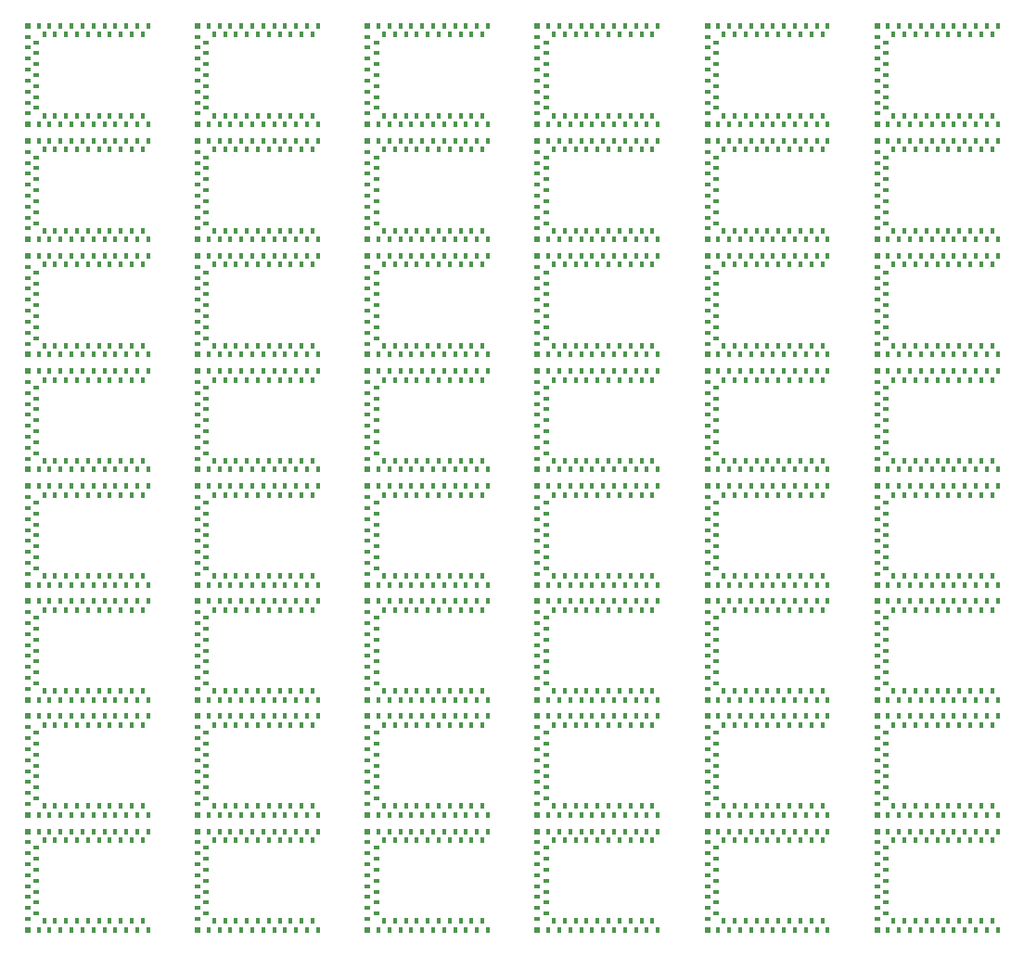
<source format=gbp>
G75*
%MOIN*%
%OFA0B0*%
%FSLAX25Y25*%
%IPPOS*%
%LPD*%
%AMOC8*
5,1,8,0,0,1.08239X$1,22.5*
%
%ADD10R,0.01575X0.02362*%
%ADD11R,0.02362X0.01575*%
%ADD12R,0.02362X0.02362*%
D10*
X0034656Y0030719D03*
X0036624Y0033868D03*
X0038593Y0030719D03*
X0040561Y0033868D03*
X0042530Y0030719D03*
X0044498Y0033868D03*
X0046467Y0030719D03*
X0048435Y0033868D03*
X0050404Y0030719D03*
X0052372Y0033868D03*
X0054341Y0030719D03*
X0056309Y0033868D03*
X0058278Y0030719D03*
X0060246Y0033868D03*
X0062215Y0030719D03*
X0064183Y0033868D03*
X0066152Y0030719D03*
X0068120Y0033868D03*
X0070089Y0030719D03*
X0072057Y0033868D03*
X0074026Y0030719D03*
X0095711Y0030719D03*
X0097679Y0033868D03*
X0099648Y0030719D03*
X0101616Y0033868D03*
X0103585Y0030719D03*
X0105553Y0033868D03*
X0107522Y0030719D03*
X0109490Y0033868D03*
X0111459Y0030719D03*
X0113427Y0033868D03*
X0115396Y0030719D03*
X0117364Y0033868D03*
X0119333Y0030719D03*
X0121301Y0033868D03*
X0123270Y0030719D03*
X0125238Y0033868D03*
X0127207Y0030719D03*
X0129175Y0033868D03*
X0131144Y0030719D03*
X0133112Y0033868D03*
X0135081Y0030719D03*
X0156766Y0030719D03*
X0158734Y0033868D03*
X0160703Y0030719D03*
X0162671Y0033868D03*
X0164640Y0030719D03*
X0166608Y0033868D03*
X0168577Y0030719D03*
X0170545Y0033868D03*
X0172514Y0030719D03*
X0174482Y0033868D03*
X0176451Y0030719D03*
X0178419Y0033868D03*
X0180388Y0030719D03*
X0182356Y0033868D03*
X0184325Y0030719D03*
X0186293Y0033868D03*
X0188262Y0030719D03*
X0190230Y0033868D03*
X0192199Y0030719D03*
X0194167Y0033868D03*
X0196136Y0030719D03*
X0217821Y0030719D03*
X0219789Y0033868D03*
X0221758Y0030719D03*
X0223726Y0033868D03*
X0225695Y0030719D03*
X0227663Y0033868D03*
X0229632Y0030719D03*
X0231600Y0033868D03*
X0233569Y0030719D03*
X0235537Y0033868D03*
X0237506Y0030719D03*
X0239474Y0033868D03*
X0241443Y0030719D03*
X0243411Y0033868D03*
X0245380Y0030719D03*
X0247348Y0033868D03*
X0249317Y0030719D03*
X0251285Y0033868D03*
X0253254Y0030719D03*
X0255222Y0033868D03*
X0257191Y0030719D03*
X0278876Y0030719D03*
X0280845Y0033868D03*
X0282813Y0030719D03*
X0284782Y0033868D03*
X0286750Y0030719D03*
X0288719Y0033868D03*
X0290687Y0030719D03*
X0292656Y0033868D03*
X0294624Y0030719D03*
X0296593Y0033868D03*
X0298561Y0030719D03*
X0300530Y0033868D03*
X0302498Y0030719D03*
X0304467Y0033868D03*
X0306435Y0030719D03*
X0308404Y0033868D03*
X0310372Y0030719D03*
X0312341Y0033868D03*
X0314309Y0030719D03*
X0316278Y0033868D03*
X0318246Y0030719D03*
X0339931Y0030719D03*
X0341900Y0033868D03*
X0343868Y0030719D03*
X0345837Y0033868D03*
X0347805Y0030719D03*
X0349774Y0033868D03*
X0351742Y0030719D03*
X0353711Y0033868D03*
X0355679Y0030719D03*
X0357648Y0033868D03*
X0359616Y0030719D03*
X0361585Y0033868D03*
X0363553Y0030719D03*
X0365522Y0033868D03*
X0367490Y0030719D03*
X0369459Y0033868D03*
X0371427Y0030719D03*
X0373396Y0033868D03*
X0375364Y0030719D03*
X0377333Y0033868D03*
X0379301Y0030719D03*
X0377333Y0063002D03*
X0379301Y0066152D03*
X0375364Y0066152D03*
X0373396Y0063002D03*
X0371427Y0066152D03*
X0369459Y0063002D03*
X0367490Y0066152D03*
X0365522Y0063002D03*
X0363553Y0066152D03*
X0361585Y0063002D03*
X0359616Y0066152D03*
X0357648Y0063002D03*
X0355679Y0066152D03*
X0353711Y0063002D03*
X0351742Y0066152D03*
X0349774Y0063002D03*
X0347805Y0066152D03*
X0345837Y0063002D03*
X0343868Y0066152D03*
X0341900Y0063002D03*
X0339931Y0066152D03*
X0339931Y0072089D03*
X0341900Y0075238D03*
X0343868Y0072089D03*
X0345837Y0075238D03*
X0347805Y0072089D03*
X0349774Y0075238D03*
X0351742Y0072089D03*
X0353711Y0075238D03*
X0355679Y0072089D03*
X0357648Y0075238D03*
X0359616Y0072089D03*
X0361585Y0075238D03*
X0363553Y0072089D03*
X0365522Y0075238D03*
X0367490Y0072089D03*
X0369459Y0075238D03*
X0371427Y0072089D03*
X0373396Y0075238D03*
X0375364Y0072089D03*
X0377333Y0075238D03*
X0379301Y0072089D03*
X0377333Y0104372D03*
X0379301Y0107522D03*
X0375364Y0107522D03*
X0373396Y0104372D03*
X0371427Y0107522D03*
X0369459Y0104372D03*
X0367490Y0107522D03*
X0365522Y0104372D03*
X0363553Y0107522D03*
X0361585Y0104372D03*
X0359616Y0107522D03*
X0357648Y0104372D03*
X0355679Y0107522D03*
X0353711Y0104372D03*
X0351742Y0107522D03*
X0349774Y0104372D03*
X0347805Y0107522D03*
X0345837Y0104372D03*
X0343868Y0107522D03*
X0341900Y0104372D03*
X0339931Y0107522D03*
X0339931Y0113459D03*
X0341900Y0116608D03*
X0343868Y0113459D03*
X0345837Y0116608D03*
X0347805Y0113459D03*
X0349774Y0116608D03*
X0351742Y0113459D03*
X0353711Y0116608D03*
X0355679Y0113459D03*
X0357648Y0116608D03*
X0359616Y0113459D03*
X0361585Y0116608D03*
X0363553Y0113459D03*
X0365522Y0116608D03*
X0367490Y0113459D03*
X0369459Y0116608D03*
X0371427Y0113459D03*
X0373396Y0116608D03*
X0375364Y0113459D03*
X0377333Y0116608D03*
X0379301Y0113459D03*
X0377333Y0145742D03*
X0379301Y0148892D03*
X0375364Y0148892D03*
X0373396Y0145742D03*
X0371427Y0148892D03*
X0369459Y0145742D03*
X0367490Y0148892D03*
X0365522Y0145742D03*
X0363553Y0148892D03*
X0361585Y0145742D03*
X0359616Y0148892D03*
X0357648Y0145742D03*
X0355679Y0148892D03*
X0353711Y0145742D03*
X0351742Y0148892D03*
X0349774Y0145742D03*
X0347805Y0148892D03*
X0345837Y0145742D03*
X0343868Y0148892D03*
X0341900Y0145742D03*
X0339931Y0148892D03*
X0339931Y0154829D03*
X0341900Y0157978D03*
X0343868Y0154829D03*
X0345837Y0157978D03*
X0347805Y0154829D03*
X0349774Y0157978D03*
X0351742Y0154829D03*
X0353711Y0157978D03*
X0355679Y0154829D03*
X0357648Y0157978D03*
X0359616Y0154829D03*
X0361585Y0157978D03*
X0363553Y0154829D03*
X0365522Y0157978D03*
X0367490Y0154829D03*
X0369459Y0157978D03*
X0371427Y0154829D03*
X0373396Y0157978D03*
X0375364Y0154829D03*
X0377333Y0157978D03*
X0379301Y0154829D03*
X0377333Y0187112D03*
X0379301Y0190262D03*
X0375364Y0190262D03*
X0373396Y0187112D03*
X0371427Y0190262D03*
X0369459Y0187112D03*
X0367490Y0190262D03*
X0365522Y0187112D03*
X0363553Y0190262D03*
X0361585Y0187112D03*
X0359616Y0190262D03*
X0357648Y0187112D03*
X0355679Y0190262D03*
X0353711Y0187112D03*
X0351742Y0190262D03*
X0349774Y0187112D03*
X0347805Y0190262D03*
X0345837Y0187112D03*
X0343868Y0190262D03*
X0341900Y0187112D03*
X0339931Y0190262D03*
X0339931Y0196199D03*
X0341900Y0199348D03*
X0343868Y0196199D03*
X0345837Y0199348D03*
X0347805Y0196199D03*
X0349774Y0199348D03*
X0351742Y0196199D03*
X0353711Y0199348D03*
X0355679Y0196199D03*
X0357648Y0199348D03*
X0359616Y0196199D03*
X0361585Y0199348D03*
X0363553Y0196199D03*
X0365522Y0199348D03*
X0367490Y0196199D03*
X0369459Y0199348D03*
X0371427Y0196199D03*
X0373396Y0199348D03*
X0375364Y0196199D03*
X0377333Y0199348D03*
X0379301Y0196199D03*
X0377333Y0228482D03*
X0379301Y0231632D03*
X0375364Y0231632D03*
X0373396Y0228482D03*
X0371427Y0231632D03*
X0369459Y0228482D03*
X0367490Y0231632D03*
X0365522Y0228482D03*
X0363553Y0231632D03*
X0361585Y0228482D03*
X0359616Y0231632D03*
X0357648Y0228482D03*
X0355679Y0231632D03*
X0353711Y0228482D03*
X0351742Y0231632D03*
X0349774Y0228482D03*
X0347805Y0231632D03*
X0345837Y0228482D03*
X0343868Y0231632D03*
X0341900Y0228482D03*
X0339931Y0231632D03*
X0339931Y0237569D03*
X0341900Y0240719D03*
X0343868Y0237569D03*
X0345837Y0240719D03*
X0347805Y0237569D03*
X0349774Y0240719D03*
X0351742Y0237569D03*
X0353711Y0240719D03*
X0355679Y0237569D03*
X0357648Y0240719D03*
X0359616Y0237569D03*
X0361585Y0240719D03*
X0363553Y0237569D03*
X0365522Y0240719D03*
X0367490Y0237569D03*
X0369459Y0240719D03*
X0371427Y0237569D03*
X0373396Y0240719D03*
X0375364Y0237569D03*
X0377333Y0240719D03*
X0379301Y0237569D03*
X0377333Y0269852D03*
X0379301Y0273002D03*
X0375364Y0273002D03*
X0373396Y0269852D03*
X0371427Y0273002D03*
X0369459Y0269852D03*
X0367490Y0273002D03*
X0365522Y0269852D03*
X0363553Y0273002D03*
X0361585Y0269852D03*
X0359616Y0273002D03*
X0357648Y0269852D03*
X0355679Y0273002D03*
X0353711Y0269852D03*
X0351742Y0273002D03*
X0349774Y0269852D03*
X0347805Y0273002D03*
X0345837Y0269852D03*
X0343868Y0273002D03*
X0341900Y0269852D03*
X0339931Y0273002D03*
X0339931Y0278939D03*
X0341900Y0282089D03*
X0343868Y0278939D03*
X0345837Y0282089D03*
X0347805Y0278939D03*
X0349774Y0282089D03*
X0351742Y0278939D03*
X0353711Y0282089D03*
X0355679Y0278939D03*
X0357648Y0282089D03*
X0359616Y0278939D03*
X0361585Y0282089D03*
X0363553Y0278939D03*
X0365522Y0282089D03*
X0367490Y0278939D03*
X0369459Y0282089D03*
X0371427Y0278939D03*
X0373396Y0282089D03*
X0375364Y0278939D03*
X0377333Y0282089D03*
X0379301Y0278939D03*
X0377333Y0311222D03*
X0379301Y0314372D03*
X0375364Y0314372D03*
X0373396Y0311222D03*
X0371427Y0314372D03*
X0369459Y0311222D03*
X0367490Y0314372D03*
X0365522Y0311222D03*
X0363553Y0314372D03*
X0361585Y0311222D03*
X0359616Y0314372D03*
X0357648Y0311222D03*
X0355679Y0314372D03*
X0353711Y0311222D03*
X0351742Y0314372D03*
X0349774Y0311222D03*
X0347805Y0314372D03*
X0345837Y0311222D03*
X0343868Y0314372D03*
X0341900Y0311222D03*
X0339931Y0314372D03*
X0339931Y0320309D03*
X0341900Y0323459D03*
X0343868Y0320309D03*
X0345837Y0323459D03*
X0347805Y0320309D03*
X0349774Y0323459D03*
X0351742Y0320309D03*
X0353711Y0323459D03*
X0355679Y0320309D03*
X0357648Y0323459D03*
X0359616Y0320309D03*
X0361585Y0323459D03*
X0363553Y0320309D03*
X0365522Y0323459D03*
X0367490Y0320309D03*
X0369459Y0323459D03*
X0371427Y0320309D03*
X0373396Y0323459D03*
X0375364Y0320309D03*
X0377333Y0323459D03*
X0379301Y0320309D03*
X0377333Y0352593D03*
X0379301Y0355742D03*
X0375364Y0355742D03*
X0373396Y0352593D03*
X0371427Y0355742D03*
X0369459Y0352593D03*
X0367490Y0355742D03*
X0365522Y0352593D03*
X0363553Y0355742D03*
X0361585Y0352593D03*
X0359616Y0355742D03*
X0357648Y0352593D03*
X0355679Y0355742D03*
X0353711Y0352593D03*
X0351742Y0355742D03*
X0349774Y0352593D03*
X0347805Y0355742D03*
X0345837Y0352593D03*
X0343868Y0355742D03*
X0341900Y0352593D03*
X0339931Y0355742D03*
X0318246Y0355742D03*
X0316278Y0352593D03*
X0314309Y0355742D03*
X0312341Y0352593D03*
X0310372Y0355742D03*
X0308404Y0352593D03*
X0306435Y0355742D03*
X0304467Y0352593D03*
X0302498Y0355742D03*
X0300530Y0352593D03*
X0298561Y0355742D03*
X0296593Y0352593D03*
X0294624Y0355742D03*
X0292656Y0352593D03*
X0290687Y0355742D03*
X0288719Y0352593D03*
X0286750Y0355742D03*
X0284782Y0352593D03*
X0282813Y0355742D03*
X0280845Y0352593D03*
X0278876Y0355742D03*
X0257191Y0355742D03*
X0255222Y0352593D03*
X0253254Y0355742D03*
X0251285Y0352593D03*
X0249317Y0355742D03*
X0247348Y0352593D03*
X0245380Y0355742D03*
X0243411Y0352593D03*
X0241443Y0355742D03*
X0239474Y0352593D03*
X0237506Y0355742D03*
X0235537Y0352593D03*
X0233569Y0355742D03*
X0231600Y0352593D03*
X0229632Y0355742D03*
X0227663Y0352593D03*
X0225695Y0355742D03*
X0223726Y0352593D03*
X0221758Y0355742D03*
X0219789Y0352593D03*
X0217821Y0355742D03*
X0196136Y0355742D03*
X0194167Y0352593D03*
X0192199Y0355742D03*
X0190230Y0352593D03*
X0188262Y0355742D03*
X0186293Y0352593D03*
X0184325Y0355742D03*
X0182356Y0352593D03*
X0180388Y0355742D03*
X0178419Y0352593D03*
X0176451Y0355742D03*
X0174482Y0352593D03*
X0172514Y0355742D03*
X0170545Y0352593D03*
X0168577Y0355742D03*
X0166608Y0352593D03*
X0164640Y0355742D03*
X0162671Y0352593D03*
X0160703Y0355742D03*
X0158734Y0352593D03*
X0156766Y0355742D03*
X0135081Y0355742D03*
X0133112Y0352593D03*
X0131144Y0355742D03*
X0129175Y0352593D03*
X0127207Y0355742D03*
X0125238Y0352593D03*
X0123270Y0355742D03*
X0121301Y0352593D03*
X0119333Y0355742D03*
X0117364Y0352593D03*
X0115396Y0355742D03*
X0113427Y0352593D03*
X0111459Y0355742D03*
X0109490Y0352593D03*
X0107522Y0355742D03*
X0105553Y0352593D03*
X0103585Y0355742D03*
X0101616Y0352593D03*
X0099648Y0355742D03*
X0097679Y0352593D03*
X0095711Y0355742D03*
X0074026Y0355742D03*
X0072057Y0352593D03*
X0070089Y0355742D03*
X0068120Y0352593D03*
X0066152Y0355742D03*
X0064183Y0352593D03*
X0062215Y0355742D03*
X0060246Y0352593D03*
X0058278Y0355742D03*
X0056309Y0352593D03*
X0054341Y0355742D03*
X0052372Y0352593D03*
X0050404Y0355742D03*
X0048435Y0352593D03*
X0046467Y0355742D03*
X0044498Y0352593D03*
X0042530Y0355742D03*
X0040561Y0352593D03*
X0038593Y0355742D03*
X0036624Y0352593D03*
X0034656Y0355742D03*
X0036624Y0323459D03*
X0034656Y0320309D03*
X0038593Y0320309D03*
X0040561Y0323459D03*
X0042530Y0320309D03*
X0044498Y0323459D03*
X0046467Y0320309D03*
X0048435Y0323459D03*
X0050404Y0320309D03*
X0052372Y0323459D03*
X0054341Y0320309D03*
X0056309Y0323459D03*
X0058278Y0320309D03*
X0060246Y0323459D03*
X0062215Y0320309D03*
X0064183Y0323459D03*
X0066152Y0320309D03*
X0068120Y0323459D03*
X0070089Y0320309D03*
X0072057Y0323459D03*
X0074026Y0320309D03*
X0074026Y0314372D03*
X0072057Y0311222D03*
X0070089Y0314372D03*
X0068120Y0311222D03*
X0066152Y0314372D03*
X0064183Y0311222D03*
X0062215Y0314372D03*
X0060246Y0311222D03*
X0058278Y0314372D03*
X0056309Y0311222D03*
X0054341Y0314372D03*
X0052372Y0311222D03*
X0050404Y0314372D03*
X0048435Y0311222D03*
X0046467Y0314372D03*
X0044498Y0311222D03*
X0042530Y0314372D03*
X0040561Y0311222D03*
X0038593Y0314372D03*
X0036624Y0311222D03*
X0034656Y0314372D03*
X0036624Y0282089D03*
X0034656Y0278939D03*
X0038593Y0278939D03*
X0040561Y0282089D03*
X0042530Y0278939D03*
X0044498Y0282089D03*
X0046467Y0278939D03*
X0048435Y0282089D03*
X0050404Y0278939D03*
X0052372Y0282089D03*
X0054341Y0278939D03*
X0056309Y0282089D03*
X0058278Y0278939D03*
X0060246Y0282089D03*
X0062215Y0278939D03*
X0064183Y0282089D03*
X0066152Y0278939D03*
X0068120Y0282089D03*
X0070089Y0278939D03*
X0072057Y0282089D03*
X0074026Y0278939D03*
X0074026Y0273002D03*
X0072057Y0269852D03*
X0070089Y0273002D03*
X0068120Y0269852D03*
X0066152Y0273002D03*
X0064183Y0269852D03*
X0062215Y0273002D03*
X0060246Y0269852D03*
X0058278Y0273002D03*
X0056309Y0269852D03*
X0054341Y0273002D03*
X0052372Y0269852D03*
X0050404Y0273002D03*
X0048435Y0269852D03*
X0046467Y0273002D03*
X0044498Y0269852D03*
X0042530Y0273002D03*
X0040561Y0269852D03*
X0038593Y0273002D03*
X0036624Y0269852D03*
X0034656Y0273002D03*
X0036624Y0240719D03*
X0034656Y0237569D03*
X0038593Y0237569D03*
X0040561Y0240719D03*
X0042530Y0237569D03*
X0044498Y0240719D03*
X0046467Y0237569D03*
X0048435Y0240719D03*
X0050404Y0237569D03*
X0052372Y0240719D03*
X0054341Y0237569D03*
X0056309Y0240719D03*
X0058278Y0237569D03*
X0060246Y0240719D03*
X0062215Y0237569D03*
X0064183Y0240719D03*
X0066152Y0237569D03*
X0068120Y0240719D03*
X0070089Y0237569D03*
X0072057Y0240719D03*
X0074026Y0237569D03*
X0074026Y0231632D03*
X0072057Y0228482D03*
X0070089Y0231632D03*
X0068120Y0228482D03*
X0066152Y0231632D03*
X0064183Y0228482D03*
X0062215Y0231632D03*
X0060246Y0228482D03*
X0058278Y0231632D03*
X0056309Y0228482D03*
X0054341Y0231632D03*
X0052372Y0228482D03*
X0050404Y0231632D03*
X0048435Y0228482D03*
X0046467Y0231632D03*
X0044498Y0228482D03*
X0042530Y0231632D03*
X0040561Y0228482D03*
X0038593Y0231632D03*
X0036624Y0228482D03*
X0034656Y0231632D03*
X0036624Y0199348D03*
X0034656Y0196199D03*
X0038593Y0196199D03*
X0040561Y0199348D03*
X0042530Y0196199D03*
X0044498Y0199348D03*
X0046467Y0196199D03*
X0048435Y0199348D03*
X0050404Y0196199D03*
X0052372Y0199348D03*
X0054341Y0196199D03*
X0056309Y0199348D03*
X0058278Y0196199D03*
X0060246Y0199348D03*
X0062215Y0196199D03*
X0064183Y0199348D03*
X0066152Y0196199D03*
X0068120Y0199348D03*
X0070089Y0196199D03*
X0072057Y0199348D03*
X0074026Y0196199D03*
X0074026Y0190262D03*
X0072057Y0187112D03*
X0070089Y0190262D03*
X0068120Y0187112D03*
X0066152Y0190262D03*
X0064183Y0187112D03*
X0062215Y0190262D03*
X0060246Y0187112D03*
X0058278Y0190262D03*
X0056309Y0187112D03*
X0054341Y0190262D03*
X0052372Y0187112D03*
X0050404Y0190262D03*
X0048435Y0187112D03*
X0046467Y0190262D03*
X0044498Y0187112D03*
X0042530Y0190262D03*
X0040561Y0187112D03*
X0038593Y0190262D03*
X0036624Y0187112D03*
X0034656Y0190262D03*
X0036624Y0157978D03*
X0034656Y0154829D03*
X0038593Y0154829D03*
X0040561Y0157978D03*
X0042530Y0154829D03*
X0044498Y0157978D03*
X0046467Y0154829D03*
X0048435Y0157978D03*
X0050404Y0154829D03*
X0052372Y0157978D03*
X0054341Y0154829D03*
X0056309Y0157978D03*
X0058278Y0154829D03*
X0060246Y0157978D03*
X0062215Y0154829D03*
X0064183Y0157978D03*
X0066152Y0154829D03*
X0068120Y0157978D03*
X0070089Y0154829D03*
X0072057Y0157978D03*
X0074026Y0154829D03*
X0074026Y0148892D03*
X0072057Y0145742D03*
X0070089Y0148892D03*
X0068120Y0145742D03*
X0066152Y0148892D03*
X0064183Y0145742D03*
X0062215Y0148892D03*
X0060246Y0145742D03*
X0058278Y0148892D03*
X0056309Y0145742D03*
X0054341Y0148892D03*
X0052372Y0145742D03*
X0050404Y0148892D03*
X0048435Y0145742D03*
X0046467Y0148892D03*
X0044498Y0145742D03*
X0042530Y0148892D03*
X0040561Y0145742D03*
X0038593Y0148892D03*
X0036624Y0145742D03*
X0034656Y0148892D03*
X0036624Y0116608D03*
X0034656Y0113459D03*
X0038593Y0113459D03*
X0040561Y0116608D03*
X0042530Y0113459D03*
X0044498Y0116608D03*
X0046467Y0113459D03*
X0048435Y0116608D03*
X0050404Y0113459D03*
X0052372Y0116608D03*
X0054341Y0113459D03*
X0056309Y0116608D03*
X0058278Y0113459D03*
X0060246Y0116608D03*
X0062215Y0113459D03*
X0064183Y0116608D03*
X0066152Y0113459D03*
X0068120Y0116608D03*
X0070089Y0113459D03*
X0072057Y0116608D03*
X0074026Y0113459D03*
X0074026Y0107522D03*
X0072057Y0104372D03*
X0070089Y0107522D03*
X0068120Y0104372D03*
X0066152Y0107522D03*
X0064183Y0104372D03*
X0062215Y0107522D03*
X0060246Y0104372D03*
X0058278Y0107522D03*
X0056309Y0104372D03*
X0054341Y0107522D03*
X0052372Y0104372D03*
X0050404Y0107522D03*
X0048435Y0104372D03*
X0046467Y0107522D03*
X0044498Y0104372D03*
X0042530Y0107522D03*
X0040561Y0104372D03*
X0038593Y0107522D03*
X0036624Y0104372D03*
X0034656Y0107522D03*
X0036624Y0075238D03*
X0034656Y0072089D03*
X0038593Y0072089D03*
X0040561Y0075238D03*
X0042530Y0072089D03*
X0044498Y0075238D03*
X0046467Y0072089D03*
X0048435Y0075238D03*
X0050404Y0072089D03*
X0052372Y0075238D03*
X0054341Y0072089D03*
X0056309Y0075238D03*
X0058278Y0072089D03*
X0060246Y0075238D03*
X0062215Y0072089D03*
X0064183Y0075238D03*
X0066152Y0072089D03*
X0068120Y0075238D03*
X0070089Y0072089D03*
X0072057Y0075238D03*
X0074026Y0072089D03*
X0074026Y0066152D03*
X0072057Y0063002D03*
X0070089Y0066152D03*
X0068120Y0063002D03*
X0066152Y0066152D03*
X0064183Y0063002D03*
X0062215Y0066152D03*
X0060246Y0063002D03*
X0058278Y0066152D03*
X0056309Y0063002D03*
X0054341Y0066152D03*
X0052372Y0063002D03*
X0050404Y0066152D03*
X0048435Y0063002D03*
X0046467Y0066152D03*
X0044498Y0063002D03*
X0042530Y0066152D03*
X0040561Y0063002D03*
X0038593Y0066152D03*
X0036624Y0063002D03*
X0034656Y0066152D03*
X0095711Y0066152D03*
X0097679Y0063002D03*
X0099648Y0066152D03*
X0101616Y0063002D03*
X0103585Y0066152D03*
X0105553Y0063002D03*
X0107522Y0066152D03*
X0109490Y0063002D03*
X0111459Y0066152D03*
X0113427Y0063002D03*
X0115396Y0066152D03*
X0117364Y0063002D03*
X0119333Y0066152D03*
X0121301Y0063002D03*
X0123270Y0066152D03*
X0125238Y0063002D03*
X0127207Y0066152D03*
X0129175Y0063002D03*
X0131144Y0066152D03*
X0133112Y0063002D03*
X0135081Y0066152D03*
X0135081Y0072089D03*
X0133112Y0075238D03*
X0131144Y0072089D03*
X0129175Y0075238D03*
X0127207Y0072089D03*
X0125238Y0075238D03*
X0123270Y0072089D03*
X0121301Y0075238D03*
X0119333Y0072089D03*
X0117364Y0075238D03*
X0115396Y0072089D03*
X0113427Y0075238D03*
X0111459Y0072089D03*
X0109490Y0075238D03*
X0107522Y0072089D03*
X0105553Y0075238D03*
X0103585Y0072089D03*
X0101616Y0075238D03*
X0099648Y0072089D03*
X0097679Y0075238D03*
X0095711Y0072089D03*
X0097679Y0104372D03*
X0095711Y0107522D03*
X0099648Y0107522D03*
X0101616Y0104372D03*
X0103585Y0107522D03*
X0105553Y0104372D03*
X0107522Y0107522D03*
X0109490Y0104372D03*
X0111459Y0107522D03*
X0113427Y0104372D03*
X0115396Y0107522D03*
X0117364Y0104372D03*
X0119333Y0107522D03*
X0121301Y0104372D03*
X0123270Y0107522D03*
X0125238Y0104372D03*
X0127207Y0107522D03*
X0129175Y0104372D03*
X0131144Y0107522D03*
X0133112Y0104372D03*
X0135081Y0107522D03*
X0135081Y0113459D03*
X0133112Y0116608D03*
X0131144Y0113459D03*
X0129175Y0116608D03*
X0127207Y0113459D03*
X0125238Y0116608D03*
X0123270Y0113459D03*
X0121301Y0116608D03*
X0119333Y0113459D03*
X0117364Y0116608D03*
X0115396Y0113459D03*
X0113427Y0116608D03*
X0111459Y0113459D03*
X0109490Y0116608D03*
X0107522Y0113459D03*
X0105553Y0116608D03*
X0103585Y0113459D03*
X0101616Y0116608D03*
X0099648Y0113459D03*
X0097679Y0116608D03*
X0095711Y0113459D03*
X0097679Y0145742D03*
X0095711Y0148892D03*
X0099648Y0148892D03*
X0101616Y0145742D03*
X0103585Y0148892D03*
X0105553Y0145742D03*
X0107522Y0148892D03*
X0109490Y0145742D03*
X0111459Y0148892D03*
X0113427Y0145742D03*
X0115396Y0148892D03*
X0117364Y0145742D03*
X0119333Y0148892D03*
X0121301Y0145742D03*
X0123270Y0148892D03*
X0125238Y0145742D03*
X0127207Y0148892D03*
X0129175Y0145742D03*
X0131144Y0148892D03*
X0133112Y0145742D03*
X0135081Y0148892D03*
X0135081Y0154829D03*
X0133112Y0157978D03*
X0131144Y0154829D03*
X0129175Y0157978D03*
X0127207Y0154829D03*
X0125238Y0157978D03*
X0123270Y0154829D03*
X0121301Y0157978D03*
X0119333Y0154829D03*
X0117364Y0157978D03*
X0115396Y0154829D03*
X0113427Y0157978D03*
X0111459Y0154829D03*
X0109490Y0157978D03*
X0107522Y0154829D03*
X0105553Y0157978D03*
X0103585Y0154829D03*
X0101616Y0157978D03*
X0099648Y0154829D03*
X0097679Y0157978D03*
X0095711Y0154829D03*
X0097679Y0187112D03*
X0095711Y0190262D03*
X0099648Y0190262D03*
X0101616Y0187112D03*
X0103585Y0190262D03*
X0105553Y0187112D03*
X0107522Y0190262D03*
X0109490Y0187112D03*
X0111459Y0190262D03*
X0113427Y0187112D03*
X0115396Y0190262D03*
X0117364Y0187112D03*
X0119333Y0190262D03*
X0121301Y0187112D03*
X0123270Y0190262D03*
X0125238Y0187112D03*
X0127207Y0190262D03*
X0129175Y0187112D03*
X0131144Y0190262D03*
X0133112Y0187112D03*
X0135081Y0190262D03*
X0135081Y0196199D03*
X0133112Y0199348D03*
X0131144Y0196199D03*
X0129175Y0199348D03*
X0127207Y0196199D03*
X0125238Y0199348D03*
X0123270Y0196199D03*
X0121301Y0199348D03*
X0119333Y0196199D03*
X0117364Y0199348D03*
X0115396Y0196199D03*
X0113427Y0199348D03*
X0111459Y0196199D03*
X0109490Y0199348D03*
X0107522Y0196199D03*
X0105553Y0199348D03*
X0103585Y0196199D03*
X0101616Y0199348D03*
X0099648Y0196199D03*
X0097679Y0199348D03*
X0095711Y0196199D03*
X0097679Y0228482D03*
X0095711Y0231632D03*
X0099648Y0231632D03*
X0101616Y0228482D03*
X0103585Y0231632D03*
X0105553Y0228482D03*
X0107522Y0231632D03*
X0109490Y0228482D03*
X0111459Y0231632D03*
X0113427Y0228482D03*
X0115396Y0231632D03*
X0117364Y0228482D03*
X0119333Y0231632D03*
X0121301Y0228482D03*
X0123270Y0231632D03*
X0125238Y0228482D03*
X0127207Y0231632D03*
X0129175Y0228482D03*
X0131144Y0231632D03*
X0133112Y0228482D03*
X0135081Y0231632D03*
X0135081Y0237569D03*
X0133112Y0240719D03*
X0131144Y0237569D03*
X0129175Y0240719D03*
X0127207Y0237569D03*
X0125238Y0240719D03*
X0123270Y0237569D03*
X0121301Y0240719D03*
X0119333Y0237569D03*
X0117364Y0240719D03*
X0115396Y0237569D03*
X0113427Y0240719D03*
X0111459Y0237569D03*
X0109490Y0240719D03*
X0107522Y0237569D03*
X0105553Y0240719D03*
X0103585Y0237569D03*
X0101616Y0240719D03*
X0099648Y0237569D03*
X0097679Y0240719D03*
X0095711Y0237569D03*
X0097679Y0269852D03*
X0095711Y0273002D03*
X0099648Y0273002D03*
X0101616Y0269852D03*
X0103585Y0273002D03*
X0105553Y0269852D03*
X0107522Y0273002D03*
X0109490Y0269852D03*
X0111459Y0273002D03*
X0113427Y0269852D03*
X0115396Y0273002D03*
X0117364Y0269852D03*
X0119333Y0273002D03*
X0121301Y0269852D03*
X0123270Y0273002D03*
X0125238Y0269852D03*
X0127207Y0273002D03*
X0129175Y0269852D03*
X0131144Y0273002D03*
X0133112Y0269852D03*
X0135081Y0273002D03*
X0135081Y0278939D03*
X0133112Y0282089D03*
X0131144Y0278939D03*
X0129175Y0282089D03*
X0127207Y0278939D03*
X0125238Y0282089D03*
X0123270Y0278939D03*
X0121301Y0282089D03*
X0119333Y0278939D03*
X0117364Y0282089D03*
X0115396Y0278939D03*
X0113427Y0282089D03*
X0111459Y0278939D03*
X0109490Y0282089D03*
X0107522Y0278939D03*
X0105553Y0282089D03*
X0103585Y0278939D03*
X0101616Y0282089D03*
X0099648Y0278939D03*
X0097679Y0282089D03*
X0095711Y0278939D03*
X0097679Y0311222D03*
X0095711Y0314372D03*
X0099648Y0314372D03*
X0101616Y0311222D03*
X0103585Y0314372D03*
X0105553Y0311222D03*
X0107522Y0314372D03*
X0109490Y0311222D03*
X0111459Y0314372D03*
X0113427Y0311222D03*
X0115396Y0314372D03*
X0117364Y0311222D03*
X0119333Y0314372D03*
X0121301Y0311222D03*
X0123270Y0314372D03*
X0125238Y0311222D03*
X0127207Y0314372D03*
X0129175Y0311222D03*
X0131144Y0314372D03*
X0133112Y0311222D03*
X0135081Y0314372D03*
X0135081Y0320309D03*
X0133112Y0323459D03*
X0131144Y0320309D03*
X0129175Y0323459D03*
X0127207Y0320309D03*
X0125238Y0323459D03*
X0123270Y0320309D03*
X0121301Y0323459D03*
X0119333Y0320309D03*
X0117364Y0323459D03*
X0115396Y0320309D03*
X0113427Y0323459D03*
X0111459Y0320309D03*
X0109490Y0323459D03*
X0107522Y0320309D03*
X0105553Y0323459D03*
X0103585Y0320309D03*
X0101616Y0323459D03*
X0099648Y0320309D03*
X0097679Y0323459D03*
X0095711Y0320309D03*
X0156766Y0320309D03*
X0158734Y0323459D03*
X0160703Y0320309D03*
X0162671Y0323459D03*
X0164640Y0320309D03*
X0166608Y0323459D03*
X0168577Y0320309D03*
X0170545Y0323459D03*
X0172514Y0320309D03*
X0174482Y0323459D03*
X0176451Y0320309D03*
X0178419Y0323459D03*
X0180388Y0320309D03*
X0182356Y0323459D03*
X0184325Y0320309D03*
X0186293Y0323459D03*
X0188262Y0320309D03*
X0190230Y0323459D03*
X0192199Y0320309D03*
X0194167Y0323459D03*
X0196136Y0320309D03*
X0196136Y0314372D03*
X0194167Y0311222D03*
X0192199Y0314372D03*
X0190230Y0311222D03*
X0188262Y0314372D03*
X0186293Y0311222D03*
X0184325Y0314372D03*
X0182356Y0311222D03*
X0180388Y0314372D03*
X0178419Y0311222D03*
X0176451Y0314372D03*
X0174482Y0311222D03*
X0172514Y0314372D03*
X0170545Y0311222D03*
X0168577Y0314372D03*
X0166608Y0311222D03*
X0164640Y0314372D03*
X0162671Y0311222D03*
X0160703Y0314372D03*
X0158734Y0311222D03*
X0156766Y0314372D03*
X0158734Y0282089D03*
X0156766Y0278939D03*
X0160703Y0278939D03*
X0162671Y0282089D03*
X0164640Y0278939D03*
X0166608Y0282089D03*
X0168577Y0278939D03*
X0170545Y0282089D03*
X0172514Y0278939D03*
X0174482Y0282089D03*
X0176451Y0278939D03*
X0178419Y0282089D03*
X0180388Y0278939D03*
X0182356Y0282089D03*
X0184325Y0278939D03*
X0186293Y0282089D03*
X0188262Y0278939D03*
X0190230Y0282089D03*
X0192199Y0278939D03*
X0194167Y0282089D03*
X0196136Y0278939D03*
X0196136Y0273002D03*
X0194167Y0269852D03*
X0192199Y0273002D03*
X0190230Y0269852D03*
X0188262Y0273002D03*
X0186293Y0269852D03*
X0184325Y0273002D03*
X0182356Y0269852D03*
X0180388Y0273002D03*
X0178419Y0269852D03*
X0176451Y0273002D03*
X0174482Y0269852D03*
X0172514Y0273002D03*
X0170545Y0269852D03*
X0168577Y0273002D03*
X0166608Y0269852D03*
X0164640Y0273002D03*
X0162671Y0269852D03*
X0160703Y0273002D03*
X0158734Y0269852D03*
X0156766Y0273002D03*
X0158734Y0240719D03*
X0156766Y0237569D03*
X0160703Y0237569D03*
X0162671Y0240719D03*
X0164640Y0237569D03*
X0166608Y0240719D03*
X0168577Y0237569D03*
X0170545Y0240719D03*
X0172514Y0237569D03*
X0174482Y0240719D03*
X0176451Y0237569D03*
X0178419Y0240719D03*
X0180388Y0237569D03*
X0182356Y0240719D03*
X0184325Y0237569D03*
X0186293Y0240719D03*
X0188262Y0237569D03*
X0190230Y0240719D03*
X0192199Y0237569D03*
X0194167Y0240719D03*
X0196136Y0237569D03*
X0196136Y0231632D03*
X0194167Y0228482D03*
X0192199Y0231632D03*
X0190230Y0228482D03*
X0188262Y0231632D03*
X0186293Y0228482D03*
X0184325Y0231632D03*
X0182356Y0228482D03*
X0180388Y0231632D03*
X0178419Y0228482D03*
X0176451Y0231632D03*
X0174482Y0228482D03*
X0172514Y0231632D03*
X0170545Y0228482D03*
X0168577Y0231632D03*
X0166608Y0228482D03*
X0164640Y0231632D03*
X0162671Y0228482D03*
X0160703Y0231632D03*
X0158734Y0228482D03*
X0156766Y0231632D03*
X0158734Y0199348D03*
X0156766Y0196199D03*
X0160703Y0196199D03*
X0162671Y0199348D03*
X0164640Y0196199D03*
X0166608Y0199348D03*
X0168577Y0196199D03*
X0170545Y0199348D03*
X0172514Y0196199D03*
X0174482Y0199348D03*
X0176451Y0196199D03*
X0178419Y0199348D03*
X0180388Y0196199D03*
X0182356Y0199348D03*
X0184325Y0196199D03*
X0186293Y0199348D03*
X0188262Y0196199D03*
X0190230Y0199348D03*
X0192199Y0196199D03*
X0194167Y0199348D03*
X0196136Y0196199D03*
X0196136Y0190262D03*
X0194167Y0187112D03*
X0192199Y0190262D03*
X0190230Y0187112D03*
X0188262Y0190262D03*
X0186293Y0187112D03*
X0184325Y0190262D03*
X0182356Y0187112D03*
X0180388Y0190262D03*
X0178419Y0187112D03*
X0176451Y0190262D03*
X0174482Y0187112D03*
X0172514Y0190262D03*
X0170545Y0187112D03*
X0168577Y0190262D03*
X0166608Y0187112D03*
X0164640Y0190262D03*
X0162671Y0187112D03*
X0160703Y0190262D03*
X0158734Y0187112D03*
X0156766Y0190262D03*
X0158734Y0157978D03*
X0156766Y0154829D03*
X0160703Y0154829D03*
X0162671Y0157978D03*
X0164640Y0154829D03*
X0166608Y0157978D03*
X0168577Y0154829D03*
X0170545Y0157978D03*
X0172514Y0154829D03*
X0174482Y0157978D03*
X0176451Y0154829D03*
X0178419Y0157978D03*
X0180388Y0154829D03*
X0182356Y0157978D03*
X0184325Y0154829D03*
X0186293Y0157978D03*
X0188262Y0154829D03*
X0190230Y0157978D03*
X0192199Y0154829D03*
X0194167Y0157978D03*
X0196136Y0154829D03*
X0196136Y0148892D03*
X0194167Y0145742D03*
X0192199Y0148892D03*
X0190230Y0145742D03*
X0188262Y0148892D03*
X0186293Y0145742D03*
X0184325Y0148892D03*
X0182356Y0145742D03*
X0180388Y0148892D03*
X0178419Y0145742D03*
X0176451Y0148892D03*
X0174482Y0145742D03*
X0172514Y0148892D03*
X0170545Y0145742D03*
X0168577Y0148892D03*
X0166608Y0145742D03*
X0164640Y0148892D03*
X0162671Y0145742D03*
X0160703Y0148892D03*
X0158734Y0145742D03*
X0156766Y0148892D03*
X0158734Y0116608D03*
X0156766Y0113459D03*
X0160703Y0113459D03*
X0162671Y0116608D03*
X0164640Y0113459D03*
X0166608Y0116608D03*
X0168577Y0113459D03*
X0170545Y0116608D03*
X0172514Y0113459D03*
X0174482Y0116608D03*
X0176451Y0113459D03*
X0178419Y0116608D03*
X0180388Y0113459D03*
X0182356Y0116608D03*
X0184325Y0113459D03*
X0186293Y0116608D03*
X0188262Y0113459D03*
X0190230Y0116608D03*
X0192199Y0113459D03*
X0194167Y0116608D03*
X0196136Y0113459D03*
X0196136Y0107522D03*
X0194167Y0104372D03*
X0192199Y0107522D03*
X0190230Y0104372D03*
X0188262Y0107522D03*
X0186293Y0104372D03*
X0184325Y0107522D03*
X0182356Y0104372D03*
X0180388Y0107522D03*
X0178419Y0104372D03*
X0176451Y0107522D03*
X0174482Y0104372D03*
X0172514Y0107522D03*
X0170545Y0104372D03*
X0168577Y0107522D03*
X0166608Y0104372D03*
X0164640Y0107522D03*
X0162671Y0104372D03*
X0160703Y0107522D03*
X0158734Y0104372D03*
X0156766Y0107522D03*
X0158734Y0075238D03*
X0156766Y0072089D03*
X0160703Y0072089D03*
X0162671Y0075238D03*
X0164640Y0072089D03*
X0166608Y0075238D03*
X0168577Y0072089D03*
X0170545Y0075238D03*
X0172514Y0072089D03*
X0174482Y0075238D03*
X0176451Y0072089D03*
X0178419Y0075238D03*
X0180388Y0072089D03*
X0182356Y0075238D03*
X0184325Y0072089D03*
X0186293Y0075238D03*
X0188262Y0072089D03*
X0190230Y0075238D03*
X0192199Y0072089D03*
X0194167Y0075238D03*
X0196136Y0072089D03*
X0196136Y0066152D03*
X0194167Y0063002D03*
X0192199Y0066152D03*
X0190230Y0063002D03*
X0188262Y0066152D03*
X0186293Y0063002D03*
X0184325Y0066152D03*
X0182356Y0063002D03*
X0180388Y0066152D03*
X0178419Y0063002D03*
X0176451Y0066152D03*
X0174482Y0063002D03*
X0172514Y0066152D03*
X0170545Y0063002D03*
X0168577Y0066152D03*
X0166608Y0063002D03*
X0164640Y0066152D03*
X0162671Y0063002D03*
X0160703Y0066152D03*
X0158734Y0063002D03*
X0156766Y0066152D03*
X0217821Y0066152D03*
X0219789Y0063002D03*
X0221758Y0066152D03*
X0223726Y0063002D03*
X0225695Y0066152D03*
X0227663Y0063002D03*
X0229632Y0066152D03*
X0231600Y0063002D03*
X0233569Y0066152D03*
X0235537Y0063002D03*
X0237506Y0066152D03*
X0239474Y0063002D03*
X0241443Y0066152D03*
X0243411Y0063002D03*
X0245380Y0066152D03*
X0247348Y0063002D03*
X0249317Y0066152D03*
X0251285Y0063002D03*
X0253254Y0066152D03*
X0255222Y0063002D03*
X0257191Y0066152D03*
X0257191Y0072089D03*
X0255222Y0075238D03*
X0253254Y0072089D03*
X0251285Y0075238D03*
X0249317Y0072089D03*
X0247348Y0075238D03*
X0245380Y0072089D03*
X0243411Y0075238D03*
X0241443Y0072089D03*
X0239474Y0075238D03*
X0237506Y0072089D03*
X0235537Y0075238D03*
X0233569Y0072089D03*
X0231600Y0075238D03*
X0229632Y0072089D03*
X0227663Y0075238D03*
X0225695Y0072089D03*
X0223726Y0075238D03*
X0221758Y0072089D03*
X0219789Y0075238D03*
X0217821Y0072089D03*
X0219789Y0104372D03*
X0217821Y0107522D03*
X0221758Y0107522D03*
X0223726Y0104372D03*
X0225695Y0107522D03*
X0227663Y0104372D03*
X0229632Y0107522D03*
X0231600Y0104372D03*
X0233569Y0107522D03*
X0235537Y0104372D03*
X0237506Y0107522D03*
X0239474Y0104372D03*
X0241443Y0107522D03*
X0243411Y0104372D03*
X0245380Y0107522D03*
X0247348Y0104372D03*
X0249317Y0107522D03*
X0251285Y0104372D03*
X0253254Y0107522D03*
X0255222Y0104372D03*
X0257191Y0107522D03*
X0257191Y0113459D03*
X0255222Y0116608D03*
X0253254Y0113459D03*
X0251285Y0116608D03*
X0249317Y0113459D03*
X0247348Y0116608D03*
X0245380Y0113459D03*
X0243411Y0116608D03*
X0241443Y0113459D03*
X0239474Y0116608D03*
X0237506Y0113459D03*
X0235537Y0116608D03*
X0233569Y0113459D03*
X0231600Y0116608D03*
X0229632Y0113459D03*
X0227663Y0116608D03*
X0225695Y0113459D03*
X0223726Y0116608D03*
X0221758Y0113459D03*
X0219789Y0116608D03*
X0217821Y0113459D03*
X0219789Y0145742D03*
X0217821Y0148892D03*
X0221758Y0148892D03*
X0223726Y0145742D03*
X0225695Y0148892D03*
X0227663Y0145742D03*
X0229632Y0148892D03*
X0231600Y0145742D03*
X0233569Y0148892D03*
X0235537Y0145742D03*
X0237506Y0148892D03*
X0239474Y0145742D03*
X0241443Y0148892D03*
X0243411Y0145742D03*
X0245380Y0148892D03*
X0247348Y0145742D03*
X0249317Y0148892D03*
X0251285Y0145742D03*
X0253254Y0148892D03*
X0255222Y0145742D03*
X0257191Y0148892D03*
X0257191Y0154829D03*
X0255222Y0157978D03*
X0253254Y0154829D03*
X0251285Y0157978D03*
X0249317Y0154829D03*
X0247348Y0157978D03*
X0245380Y0154829D03*
X0243411Y0157978D03*
X0241443Y0154829D03*
X0239474Y0157978D03*
X0237506Y0154829D03*
X0235537Y0157978D03*
X0233569Y0154829D03*
X0231600Y0157978D03*
X0229632Y0154829D03*
X0227663Y0157978D03*
X0225695Y0154829D03*
X0223726Y0157978D03*
X0221758Y0154829D03*
X0219789Y0157978D03*
X0217821Y0154829D03*
X0219789Y0187112D03*
X0217821Y0190262D03*
X0221758Y0190262D03*
X0223726Y0187112D03*
X0225695Y0190262D03*
X0227663Y0187112D03*
X0229632Y0190262D03*
X0231600Y0187112D03*
X0233569Y0190262D03*
X0235537Y0187112D03*
X0237506Y0190262D03*
X0239474Y0187112D03*
X0241443Y0190262D03*
X0243411Y0187112D03*
X0245380Y0190262D03*
X0247348Y0187112D03*
X0249317Y0190262D03*
X0251285Y0187112D03*
X0253254Y0190262D03*
X0255222Y0187112D03*
X0257191Y0190262D03*
X0257191Y0196199D03*
X0255222Y0199348D03*
X0253254Y0196199D03*
X0251285Y0199348D03*
X0249317Y0196199D03*
X0247348Y0199348D03*
X0245380Y0196199D03*
X0243411Y0199348D03*
X0241443Y0196199D03*
X0239474Y0199348D03*
X0237506Y0196199D03*
X0235537Y0199348D03*
X0233569Y0196199D03*
X0231600Y0199348D03*
X0229632Y0196199D03*
X0227663Y0199348D03*
X0225695Y0196199D03*
X0223726Y0199348D03*
X0221758Y0196199D03*
X0219789Y0199348D03*
X0217821Y0196199D03*
X0219789Y0228482D03*
X0217821Y0231632D03*
X0221758Y0231632D03*
X0223726Y0228482D03*
X0225695Y0231632D03*
X0227663Y0228482D03*
X0229632Y0231632D03*
X0231600Y0228482D03*
X0233569Y0231632D03*
X0235537Y0228482D03*
X0237506Y0231632D03*
X0239474Y0228482D03*
X0241443Y0231632D03*
X0243411Y0228482D03*
X0245380Y0231632D03*
X0247348Y0228482D03*
X0249317Y0231632D03*
X0251285Y0228482D03*
X0253254Y0231632D03*
X0255222Y0228482D03*
X0257191Y0231632D03*
X0257191Y0237569D03*
X0255222Y0240719D03*
X0253254Y0237569D03*
X0251285Y0240719D03*
X0249317Y0237569D03*
X0247348Y0240719D03*
X0245380Y0237569D03*
X0243411Y0240719D03*
X0241443Y0237569D03*
X0239474Y0240719D03*
X0237506Y0237569D03*
X0235537Y0240719D03*
X0233569Y0237569D03*
X0231600Y0240719D03*
X0229632Y0237569D03*
X0227663Y0240719D03*
X0225695Y0237569D03*
X0223726Y0240719D03*
X0221758Y0237569D03*
X0219789Y0240719D03*
X0217821Y0237569D03*
X0219789Y0269852D03*
X0217821Y0273002D03*
X0221758Y0273002D03*
X0223726Y0269852D03*
X0225695Y0273002D03*
X0227663Y0269852D03*
X0229632Y0273002D03*
X0231600Y0269852D03*
X0233569Y0273002D03*
X0235537Y0269852D03*
X0237506Y0273002D03*
X0239474Y0269852D03*
X0241443Y0273002D03*
X0243411Y0269852D03*
X0245380Y0273002D03*
X0247348Y0269852D03*
X0249317Y0273002D03*
X0251285Y0269852D03*
X0253254Y0273002D03*
X0255222Y0269852D03*
X0257191Y0273002D03*
X0257191Y0278939D03*
X0255222Y0282089D03*
X0253254Y0278939D03*
X0251285Y0282089D03*
X0249317Y0278939D03*
X0247348Y0282089D03*
X0245380Y0278939D03*
X0243411Y0282089D03*
X0241443Y0278939D03*
X0239474Y0282089D03*
X0237506Y0278939D03*
X0235537Y0282089D03*
X0233569Y0278939D03*
X0231600Y0282089D03*
X0229632Y0278939D03*
X0227663Y0282089D03*
X0225695Y0278939D03*
X0223726Y0282089D03*
X0221758Y0278939D03*
X0219789Y0282089D03*
X0217821Y0278939D03*
X0219789Y0311222D03*
X0217821Y0314372D03*
X0221758Y0314372D03*
X0223726Y0311222D03*
X0225695Y0314372D03*
X0227663Y0311222D03*
X0229632Y0314372D03*
X0231600Y0311222D03*
X0233569Y0314372D03*
X0235537Y0311222D03*
X0237506Y0314372D03*
X0239474Y0311222D03*
X0241443Y0314372D03*
X0243411Y0311222D03*
X0245380Y0314372D03*
X0247348Y0311222D03*
X0249317Y0314372D03*
X0251285Y0311222D03*
X0253254Y0314372D03*
X0255222Y0311222D03*
X0257191Y0314372D03*
X0257191Y0320309D03*
X0255222Y0323459D03*
X0253254Y0320309D03*
X0251285Y0323459D03*
X0249317Y0320309D03*
X0247348Y0323459D03*
X0245380Y0320309D03*
X0243411Y0323459D03*
X0241443Y0320309D03*
X0239474Y0323459D03*
X0237506Y0320309D03*
X0235537Y0323459D03*
X0233569Y0320309D03*
X0231600Y0323459D03*
X0229632Y0320309D03*
X0227663Y0323459D03*
X0225695Y0320309D03*
X0223726Y0323459D03*
X0221758Y0320309D03*
X0219789Y0323459D03*
X0217821Y0320309D03*
X0278876Y0320309D03*
X0280845Y0323459D03*
X0282813Y0320309D03*
X0284782Y0323459D03*
X0286750Y0320309D03*
X0288719Y0323459D03*
X0290687Y0320309D03*
X0292656Y0323459D03*
X0294624Y0320309D03*
X0296593Y0323459D03*
X0298561Y0320309D03*
X0300530Y0323459D03*
X0302498Y0320309D03*
X0304467Y0323459D03*
X0306435Y0320309D03*
X0308404Y0323459D03*
X0310372Y0320309D03*
X0312341Y0323459D03*
X0314309Y0320309D03*
X0316278Y0323459D03*
X0318246Y0320309D03*
X0318246Y0314372D03*
X0316278Y0311222D03*
X0314309Y0314372D03*
X0312341Y0311222D03*
X0310372Y0314372D03*
X0308404Y0311222D03*
X0306435Y0314372D03*
X0304467Y0311222D03*
X0302498Y0314372D03*
X0300530Y0311222D03*
X0298561Y0314372D03*
X0296593Y0311222D03*
X0294624Y0314372D03*
X0292656Y0311222D03*
X0290687Y0314372D03*
X0288719Y0311222D03*
X0286750Y0314372D03*
X0284782Y0311222D03*
X0282813Y0314372D03*
X0280845Y0311222D03*
X0278876Y0314372D03*
X0280845Y0282089D03*
X0282813Y0278939D03*
X0284782Y0282089D03*
X0286750Y0278939D03*
X0288719Y0282089D03*
X0290687Y0278939D03*
X0292656Y0282089D03*
X0294624Y0278939D03*
X0296593Y0282089D03*
X0298561Y0278939D03*
X0300530Y0282089D03*
X0302498Y0278939D03*
X0304467Y0282089D03*
X0306435Y0278939D03*
X0308404Y0282089D03*
X0310372Y0278939D03*
X0312341Y0282089D03*
X0314309Y0278939D03*
X0316278Y0282089D03*
X0318246Y0278939D03*
X0318246Y0273002D03*
X0316278Y0269852D03*
X0314309Y0273002D03*
X0312341Y0269852D03*
X0310372Y0273002D03*
X0308404Y0269852D03*
X0306435Y0273002D03*
X0304467Y0269852D03*
X0302498Y0273002D03*
X0300530Y0269852D03*
X0298561Y0273002D03*
X0296593Y0269852D03*
X0294624Y0273002D03*
X0292656Y0269852D03*
X0290687Y0273002D03*
X0288719Y0269852D03*
X0286750Y0273002D03*
X0284782Y0269852D03*
X0282813Y0273002D03*
X0280845Y0269852D03*
X0278876Y0273002D03*
X0278876Y0278939D03*
X0280845Y0240719D03*
X0282813Y0237569D03*
X0284782Y0240719D03*
X0286750Y0237569D03*
X0288719Y0240719D03*
X0290687Y0237569D03*
X0292656Y0240719D03*
X0294624Y0237569D03*
X0296593Y0240719D03*
X0298561Y0237569D03*
X0300530Y0240719D03*
X0302498Y0237569D03*
X0304467Y0240719D03*
X0306435Y0237569D03*
X0308404Y0240719D03*
X0310372Y0237569D03*
X0312341Y0240719D03*
X0314309Y0237569D03*
X0316278Y0240719D03*
X0318246Y0237569D03*
X0318246Y0231632D03*
X0316278Y0228482D03*
X0314309Y0231632D03*
X0312341Y0228482D03*
X0310372Y0231632D03*
X0308404Y0228482D03*
X0306435Y0231632D03*
X0304467Y0228482D03*
X0302498Y0231632D03*
X0300530Y0228482D03*
X0298561Y0231632D03*
X0296593Y0228482D03*
X0294624Y0231632D03*
X0292656Y0228482D03*
X0290687Y0231632D03*
X0288719Y0228482D03*
X0286750Y0231632D03*
X0284782Y0228482D03*
X0282813Y0231632D03*
X0280845Y0228482D03*
X0278876Y0231632D03*
X0278876Y0237569D03*
X0280845Y0199348D03*
X0282813Y0196199D03*
X0284782Y0199348D03*
X0286750Y0196199D03*
X0288719Y0199348D03*
X0290687Y0196199D03*
X0292656Y0199348D03*
X0294624Y0196199D03*
X0296593Y0199348D03*
X0298561Y0196199D03*
X0300530Y0199348D03*
X0302498Y0196199D03*
X0304467Y0199348D03*
X0306435Y0196199D03*
X0308404Y0199348D03*
X0310372Y0196199D03*
X0312341Y0199348D03*
X0314309Y0196199D03*
X0316278Y0199348D03*
X0318246Y0196199D03*
X0318246Y0190262D03*
X0316278Y0187112D03*
X0314309Y0190262D03*
X0312341Y0187112D03*
X0310372Y0190262D03*
X0308404Y0187112D03*
X0306435Y0190262D03*
X0304467Y0187112D03*
X0302498Y0190262D03*
X0300530Y0187112D03*
X0298561Y0190262D03*
X0296593Y0187112D03*
X0294624Y0190262D03*
X0292656Y0187112D03*
X0290687Y0190262D03*
X0288719Y0187112D03*
X0286750Y0190262D03*
X0284782Y0187112D03*
X0282813Y0190262D03*
X0280845Y0187112D03*
X0278876Y0190262D03*
X0278876Y0196199D03*
X0280845Y0157978D03*
X0282813Y0154829D03*
X0284782Y0157978D03*
X0286750Y0154829D03*
X0288719Y0157978D03*
X0290687Y0154829D03*
X0292656Y0157978D03*
X0294624Y0154829D03*
X0296593Y0157978D03*
X0298561Y0154829D03*
X0300530Y0157978D03*
X0302498Y0154829D03*
X0304467Y0157978D03*
X0306435Y0154829D03*
X0308404Y0157978D03*
X0310372Y0154829D03*
X0312341Y0157978D03*
X0314309Y0154829D03*
X0316278Y0157978D03*
X0318246Y0154829D03*
X0318246Y0148892D03*
X0316278Y0145742D03*
X0314309Y0148892D03*
X0312341Y0145742D03*
X0310372Y0148892D03*
X0308404Y0145742D03*
X0306435Y0148892D03*
X0304467Y0145742D03*
X0302498Y0148892D03*
X0300530Y0145742D03*
X0298561Y0148892D03*
X0296593Y0145742D03*
X0294624Y0148892D03*
X0292656Y0145742D03*
X0290687Y0148892D03*
X0288719Y0145742D03*
X0286750Y0148892D03*
X0284782Y0145742D03*
X0282813Y0148892D03*
X0280845Y0145742D03*
X0278876Y0148892D03*
X0278876Y0154829D03*
X0280845Y0116608D03*
X0282813Y0113459D03*
X0284782Y0116608D03*
X0286750Y0113459D03*
X0288719Y0116608D03*
X0290687Y0113459D03*
X0292656Y0116608D03*
X0294624Y0113459D03*
X0296593Y0116608D03*
X0298561Y0113459D03*
X0300530Y0116608D03*
X0302498Y0113459D03*
X0304467Y0116608D03*
X0306435Y0113459D03*
X0308404Y0116608D03*
X0310372Y0113459D03*
X0312341Y0116608D03*
X0314309Y0113459D03*
X0316278Y0116608D03*
X0318246Y0113459D03*
X0318246Y0107522D03*
X0316278Y0104372D03*
X0314309Y0107522D03*
X0312341Y0104372D03*
X0310372Y0107522D03*
X0308404Y0104372D03*
X0306435Y0107522D03*
X0304467Y0104372D03*
X0302498Y0107522D03*
X0300530Y0104372D03*
X0298561Y0107522D03*
X0296593Y0104372D03*
X0294624Y0107522D03*
X0292656Y0104372D03*
X0290687Y0107522D03*
X0288719Y0104372D03*
X0286750Y0107522D03*
X0284782Y0104372D03*
X0282813Y0107522D03*
X0280845Y0104372D03*
X0278876Y0107522D03*
X0278876Y0113459D03*
X0280845Y0075238D03*
X0282813Y0072089D03*
X0284782Y0075238D03*
X0286750Y0072089D03*
X0288719Y0075238D03*
X0290687Y0072089D03*
X0292656Y0075238D03*
X0294624Y0072089D03*
X0296593Y0075238D03*
X0298561Y0072089D03*
X0300530Y0075238D03*
X0302498Y0072089D03*
X0304467Y0075238D03*
X0306435Y0072089D03*
X0308404Y0075238D03*
X0310372Y0072089D03*
X0312341Y0075238D03*
X0314309Y0072089D03*
X0316278Y0075238D03*
X0318246Y0072089D03*
X0318246Y0066152D03*
X0316278Y0063002D03*
X0314309Y0066152D03*
X0312341Y0063002D03*
X0310372Y0066152D03*
X0308404Y0063002D03*
X0306435Y0066152D03*
X0304467Y0063002D03*
X0302498Y0066152D03*
X0300530Y0063002D03*
X0298561Y0066152D03*
X0296593Y0063002D03*
X0294624Y0066152D03*
X0292656Y0063002D03*
X0290687Y0066152D03*
X0288719Y0063002D03*
X0286750Y0066152D03*
X0284782Y0063002D03*
X0282813Y0066152D03*
X0280845Y0063002D03*
X0278876Y0066152D03*
X0278876Y0072089D03*
D11*
X0274939Y0076026D03*
X0278089Y0077994D03*
X0274939Y0079963D03*
X0278089Y0081931D03*
X0274939Y0083900D03*
X0278089Y0085868D03*
X0274939Y0087837D03*
X0278089Y0089805D03*
X0274939Y0091774D03*
X0278089Y0093742D03*
X0274939Y0095711D03*
X0278089Y0097679D03*
X0274939Y0099648D03*
X0278089Y0101616D03*
X0274939Y0103585D03*
X0274939Y0117396D03*
X0278089Y0119364D03*
X0274939Y0121333D03*
X0278089Y0123301D03*
X0274939Y0125270D03*
X0278089Y0127238D03*
X0274939Y0129207D03*
X0278089Y0131175D03*
X0274939Y0133144D03*
X0278089Y0135112D03*
X0274939Y0137081D03*
X0278089Y0139049D03*
X0274939Y0141018D03*
X0278089Y0142986D03*
X0274939Y0144955D03*
X0274939Y0158766D03*
X0278089Y0160734D03*
X0274939Y0162703D03*
X0278089Y0164671D03*
X0274939Y0166640D03*
X0278089Y0168608D03*
X0274939Y0170577D03*
X0278089Y0172545D03*
X0274939Y0174514D03*
X0278089Y0176482D03*
X0274939Y0178451D03*
X0278089Y0180419D03*
X0274939Y0182388D03*
X0278089Y0184356D03*
X0274939Y0186325D03*
X0274939Y0200136D03*
X0278089Y0202104D03*
X0274939Y0204073D03*
X0278089Y0206041D03*
X0274939Y0208010D03*
X0278089Y0209978D03*
X0274939Y0211947D03*
X0278089Y0213915D03*
X0274939Y0215884D03*
X0278089Y0217852D03*
X0274939Y0219821D03*
X0278089Y0221789D03*
X0274939Y0223758D03*
X0278089Y0225726D03*
X0274939Y0227695D03*
X0274939Y0241506D03*
X0278089Y0243474D03*
X0274939Y0245443D03*
X0278089Y0247411D03*
X0274939Y0249380D03*
X0278089Y0251348D03*
X0274939Y0253317D03*
X0278089Y0255285D03*
X0274939Y0257254D03*
X0278089Y0259222D03*
X0274939Y0261191D03*
X0278089Y0263159D03*
X0274939Y0265128D03*
X0278089Y0267096D03*
X0274939Y0269065D03*
X0274939Y0282876D03*
X0278089Y0284845D03*
X0274939Y0286813D03*
X0278089Y0288782D03*
X0274939Y0290750D03*
X0278089Y0292719D03*
X0274939Y0294687D03*
X0278089Y0296656D03*
X0274939Y0298624D03*
X0278089Y0300593D03*
X0274939Y0302561D03*
X0278089Y0304530D03*
X0274939Y0306498D03*
X0278089Y0308467D03*
X0274939Y0310435D03*
X0274939Y0324246D03*
X0278089Y0326215D03*
X0274939Y0328183D03*
X0278089Y0330152D03*
X0274939Y0332120D03*
X0278089Y0334089D03*
X0274939Y0336057D03*
X0278089Y0338026D03*
X0274939Y0339994D03*
X0278089Y0341963D03*
X0274939Y0343931D03*
X0278089Y0345900D03*
X0274939Y0347868D03*
X0278089Y0349837D03*
X0274939Y0351805D03*
X0217034Y0349837D03*
X0213884Y0351805D03*
X0213884Y0347868D03*
X0217034Y0345900D03*
X0213884Y0343931D03*
X0217034Y0341963D03*
X0213884Y0339994D03*
X0217034Y0338026D03*
X0213884Y0336057D03*
X0217034Y0334089D03*
X0213884Y0332120D03*
X0217034Y0330152D03*
X0213884Y0328183D03*
X0217034Y0326215D03*
X0213884Y0324246D03*
X0213884Y0310435D03*
X0217034Y0308467D03*
X0213884Y0306498D03*
X0217034Y0304530D03*
X0213884Y0302561D03*
X0217034Y0300593D03*
X0213884Y0298624D03*
X0217034Y0296656D03*
X0213884Y0294687D03*
X0217034Y0292719D03*
X0213884Y0290750D03*
X0217034Y0288782D03*
X0213884Y0286813D03*
X0217034Y0284845D03*
X0213884Y0282876D03*
X0213884Y0269065D03*
X0217034Y0267096D03*
X0213884Y0265128D03*
X0217034Y0263159D03*
X0213884Y0261191D03*
X0217034Y0259222D03*
X0213884Y0257254D03*
X0217034Y0255285D03*
X0213884Y0253317D03*
X0217034Y0251348D03*
X0213884Y0249380D03*
X0217034Y0247411D03*
X0213884Y0245443D03*
X0217034Y0243474D03*
X0213884Y0241506D03*
X0213884Y0227695D03*
X0217034Y0225726D03*
X0213884Y0223758D03*
X0217034Y0221789D03*
X0213884Y0219821D03*
X0217034Y0217852D03*
X0213884Y0215884D03*
X0217034Y0213915D03*
X0213884Y0211947D03*
X0217034Y0209978D03*
X0213884Y0208010D03*
X0217034Y0206041D03*
X0213884Y0204073D03*
X0217034Y0202104D03*
X0213884Y0200136D03*
X0213884Y0186325D03*
X0217034Y0184356D03*
X0213884Y0182388D03*
X0217034Y0180419D03*
X0213884Y0178451D03*
X0217034Y0176482D03*
X0213884Y0174514D03*
X0217034Y0172545D03*
X0213884Y0170577D03*
X0217034Y0168608D03*
X0213884Y0166640D03*
X0217034Y0164671D03*
X0213884Y0162703D03*
X0217034Y0160734D03*
X0213884Y0158766D03*
X0213884Y0144955D03*
X0217034Y0142986D03*
X0213884Y0141018D03*
X0217034Y0139049D03*
X0213884Y0137081D03*
X0217034Y0135112D03*
X0213884Y0133144D03*
X0217034Y0131175D03*
X0213884Y0129207D03*
X0217034Y0127238D03*
X0213884Y0125270D03*
X0217034Y0123301D03*
X0213884Y0121333D03*
X0217034Y0119364D03*
X0213884Y0117396D03*
X0213884Y0103585D03*
X0217034Y0101616D03*
X0213884Y0099648D03*
X0217034Y0097679D03*
X0213884Y0095711D03*
X0217034Y0093742D03*
X0213884Y0091774D03*
X0217034Y0089805D03*
X0213884Y0087837D03*
X0217034Y0085868D03*
X0213884Y0083900D03*
X0217034Y0081931D03*
X0213884Y0079963D03*
X0217034Y0077994D03*
X0213884Y0076026D03*
X0213884Y0062215D03*
X0217034Y0060246D03*
X0213884Y0058278D03*
X0217034Y0056309D03*
X0213884Y0054341D03*
X0217034Y0052372D03*
X0213884Y0050404D03*
X0217034Y0048435D03*
X0213884Y0046467D03*
X0217034Y0044498D03*
X0213884Y0042530D03*
X0217034Y0040561D03*
X0213884Y0038593D03*
X0217034Y0036624D03*
X0213884Y0034656D03*
X0155978Y0036624D03*
X0152829Y0034656D03*
X0152829Y0038593D03*
X0155978Y0040561D03*
X0152829Y0042530D03*
X0155978Y0044498D03*
X0152829Y0046467D03*
X0155978Y0048435D03*
X0152829Y0050404D03*
X0155978Y0052372D03*
X0152829Y0054341D03*
X0155978Y0056309D03*
X0152829Y0058278D03*
X0155978Y0060246D03*
X0152829Y0062215D03*
X0152829Y0076026D03*
X0155978Y0077994D03*
X0152829Y0079963D03*
X0155978Y0081931D03*
X0152829Y0083900D03*
X0155978Y0085868D03*
X0152829Y0087837D03*
X0155978Y0089805D03*
X0152829Y0091774D03*
X0155978Y0093742D03*
X0152829Y0095711D03*
X0155978Y0097679D03*
X0152829Y0099648D03*
X0155978Y0101616D03*
X0152829Y0103585D03*
X0152829Y0117396D03*
X0155978Y0119364D03*
X0152829Y0121333D03*
X0155978Y0123301D03*
X0152829Y0125270D03*
X0155978Y0127238D03*
X0152829Y0129207D03*
X0155978Y0131175D03*
X0152829Y0133144D03*
X0155978Y0135112D03*
X0152829Y0137081D03*
X0155978Y0139049D03*
X0152829Y0141018D03*
X0155978Y0142986D03*
X0152829Y0144955D03*
X0152829Y0158766D03*
X0155978Y0160734D03*
X0152829Y0162703D03*
X0155978Y0164671D03*
X0152829Y0166640D03*
X0155978Y0168608D03*
X0152829Y0170577D03*
X0155978Y0172545D03*
X0152829Y0174514D03*
X0155978Y0176482D03*
X0152829Y0178451D03*
X0155978Y0180419D03*
X0152829Y0182388D03*
X0155978Y0184356D03*
X0152829Y0186325D03*
X0152829Y0200136D03*
X0155978Y0202104D03*
X0152829Y0204073D03*
X0155978Y0206041D03*
X0152829Y0208010D03*
X0155978Y0209978D03*
X0152829Y0211947D03*
X0155978Y0213915D03*
X0152829Y0215884D03*
X0155978Y0217852D03*
X0152829Y0219821D03*
X0155978Y0221789D03*
X0152829Y0223758D03*
X0155978Y0225726D03*
X0152829Y0227695D03*
X0152829Y0241506D03*
X0155978Y0243474D03*
X0152829Y0245443D03*
X0155978Y0247411D03*
X0152829Y0249380D03*
X0155978Y0251348D03*
X0152829Y0253317D03*
X0155978Y0255285D03*
X0152829Y0257254D03*
X0155978Y0259222D03*
X0152829Y0261191D03*
X0155978Y0263159D03*
X0152829Y0265128D03*
X0155978Y0267096D03*
X0152829Y0269065D03*
X0152829Y0282876D03*
X0155978Y0284845D03*
X0152829Y0286813D03*
X0155978Y0288782D03*
X0152829Y0290750D03*
X0155978Y0292719D03*
X0152829Y0294687D03*
X0155978Y0296656D03*
X0152829Y0298624D03*
X0155978Y0300593D03*
X0152829Y0302561D03*
X0155978Y0304530D03*
X0152829Y0306498D03*
X0155978Y0308467D03*
X0152829Y0310435D03*
X0152829Y0324246D03*
X0155978Y0326215D03*
X0152829Y0328183D03*
X0155978Y0330152D03*
X0152829Y0332120D03*
X0155978Y0334089D03*
X0152829Y0336057D03*
X0155978Y0338026D03*
X0152829Y0339994D03*
X0155978Y0341963D03*
X0152829Y0343931D03*
X0155978Y0345900D03*
X0152829Y0347868D03*
X0155978Y0349837D03*
X0152829Y0351805D03*
X0094923Y0349837D03*
X0091774Y0351805D03*
X0091774Y0347868D03*
X0094923Y0345900D03*
X0091774Y0343931D03*
X0094923Y0341963D03*
X0091774Y0339994D03*
X0094923Y0338026D03*
X0091774Y0336057D03*
X0094923Y0334089D03*
X0091774Y0332120D03*
X0094923Y0330152D03*
X0091774Y0328183D03*
X0094923Y0326215D03*
X0091774Y0324246D03*
X0091774Y0310435D03*
X0094923Y0308467D03*
X0091774Y0306498D03*
X0094923Y0304530D03*
X0091774Y0302561D03*
X0094923Y0300593D03*
X0091774Y0298624D03*
X0094923Y0296656D03*
X0091774Y0294687D03*
X0094923Y0292719D03*
X0091774Y0290750D03*
X0094923Y0288782D03*
X0091774Y0286813D03*
X0094923Y0284845D03*
X0091774Y0282876D03*
X0091774Y0269065D03*
X0094923Y0267096D03*
X0091774Y0265128D03*
X0094923Y0263159D03*
X0091774Y0261191D03*
X0094923Y0259222D03*
X0091774Y0257254D03*
X0094923Y0255285D03*
X0091774Y0253317D03*
X0094923Y0251348D03*
X0091774Y0249380D03*
X0094923Y0247411D03*
X0091774Y0245443D03*
X0094923Y0243474D03*
X0091774Y0241506D03*
X0091774Y0227695D03*
X0094923Y0225726D03*
X0091774Y0223758D03*
X0094923Y0221789D03*
X0091774Y0219821D03*
X0094923Y0217852D03*
X0091774Y0215884D03*
X0094923Y0213915D03*
X0091774Y0211947D03*
X0094923Y0209978D03*
X0091774Y0208010D03*
X0094923Y0206041D03*
X0091774Y0204073D03*
X0094923Y0202104D03*
X0091774Y0200136D03*
X0091774Y0186325D03*
X0094923Y0184356D03*
X0091774Y0182388D03*
X0094923Y0180419D03*
X0091774Y0178451D03*
X0094923Y0176482D03*
X0091774Y0174514D03*
X0094923Y0172545D03*
X0091774Y0170577D03*
X0094923Y0168608D03*
X0091774Y0166640D03*
X0094923Y0164671D03*
X0091774Y0162703D03*
X0094923Y0160734D03*
X0091774Y0158766D03*
X0091774Y0144955D03*
X0094923Y0142986D03*
X0091774Y0141018D03*
X0094923Y0139049D03*
X0091774Y0137081D03*
X0094923Y0135112D03*
X0091774Y0133144D03*
X0094923Y0131175D03*
X0091774Y0129207D03*
X0094923Y0127238D03*
X0091774Y0125270D03*
X0094923Y0123301D03*
X0091774Y0121333D03*
X0094923Y0119364D03*
X0091774Y0117396D03*
X0091774Y0103585D03*
X0094923Y0101616D03*
X0091774Y0099648D03*
X0094923Y0097679D03*
X0091774Y0095711D03*
X0094923Y0093742D03*
X0091774Y0091774D03*
X0094923Y0089805D03*
X0091774Y0087837D03*
X0094923Y0085868D03*
X0091774Y0083900D03*
X0094923Y0081931D03*
X0091774Y0079963D03*
X0094923Y0077994D03*
X0091774Y0076026D03*
X0091774Y0062215D03*
X0094923Y0060246D03*
X0091774Y0058278D03*
X0094923Y0056309D03*
X0091774Y0054341D03*
X0094923Y0052372D03*
X0091774Y0050404D03*
X0094923Y0048435D03*
X0091774Y0046467D03*
X0094923Y0044498D03*
X0091774Y0042530D03*
X0094923Y0040561D03*
X0091774Y0038593D03*
X0094923Y0036624D03*
X0091774Y0034656D03*
X0033868Y0036624D03*
X0030719Y0034656D03*
X0030719Y0038593D03*
X0033868Y0040561D03*
X0030719Y0042530D03*
X0033868Y0044498D03*
X0030719Y0046467D03*
X0033868Y0048435D03*
X0030719Y0050404D03*
X0033868Y0052372D03*
X0030719Y0054341D03*
X0033868Y0056309D03*
X0030719Y0058278D03*
X0033868Y0060246D03*
X0030719Y0062215D03*
X0030719Y0076026D03*
X0033868Y0077994D03*
X0030719Y0079963D03*
X0033868Y0081931D03*
X0030719Y0083900D03*
X0033868Y0085868D03*
X0030719Y0087837D03*
X0033868Y0089805D03*
X0030719Y0091774D03*
X0033868Y0093742D03*
X0030719Y0095711D03*
X0033868Y0097679D03*
X0030719Y0099648D03*
X0033868Y0101616D03*
X0030719Y0103585D03*
X0030719Y0117396D03*
X0033868Y0119364D03*
X0030719Y0121333D03*
X0033868Y0123301D03*
X0030719Y0125270D03*
X0033868Y0127238D03*
X0030719Y0129207D03*
X0033868Y0131175D03*
X0030719Y0133144D03*
X0033868Y0135112D03*
X0030719Y0137081D03*
X0033868Y0139049D03*
X0030719Y0141018D03*
X0033868Y0142986D03*
X0030719Y0144955D03*
X0030719Y0158766D03*
X0033868Y0160734D03*
X0030719Y0162703D03*
X0033868Y0164671D03*
X0030719Y0166640D03*
X0033868Y0168608D03*
X0030719Y0170577D03*
X0033868Y0172545D03*
X0030719Y0174514D03*
X0033868Y0176482D03*
X0030719Y0178451D03*
X0033868Y0180419D03*
X0030719Y0182388D03*
X0033868Y0184356D03*
X0030719Y0186325D03*
X0030719Y0200136D03*
X0033868Y0202104D03*
X0030719Y0204073D03*
X0033868Y0206041D03*
X0030719Y0208010D03*
X0033868Y0209978D03*
X0030719Y0211947D03*
X0033868Y0213915D03*
X0030719Y0215884D03*
X0033868Y0217852D03*
X0030719Y0219821D03*
X0033868Y0221789D03*
X0030719Y0223758D03*
X0033868Y0225726D03*
X0030719Y0227695D03*
X0030719Y0241506D03*
X0033868Y0243474D03*
X0030719Y0245443D03*
X0033868Y0247411D03*
X0030719Y0249380D03*
X0033868Y0251348D03*
X0030719Y0253317D03*
X0033868Y0255285D03*
X0030719Y0257254D03*
X0033868Y0259222D03*
X0030719Y0261191D03*
X0033868Y0263159D03*
X0030719Y0265128D03*
X0033868Y0267096D03*
X0030719Y0269065D03*
X0030719Y0282876D03*
X0033868Y0284845D03*
X0030719Y0286813D03*
X0033868Y0288782D03*
X0030719Y0290750D03*
X0033868Y0292719D03*
X0030719Y0294687D03*
X0033868Y0296656D03*
X0030719Y0298624D03*
X0033868Y0300593D03*
X0030719Y0302561D03*
X0033868Y0304530D03*
X0030719Y0306498D03*
X0033868Y0308467D03*
X0030719Y0310435D03*
X0030719Y0324246D03*
X0033868Y0326215D03*
X0030719Y0328183D03*
X0033868Y0330152D03*
X0030719Y0332120D03*
X0033868Y0334089D03*
X0030719Y0336057D03*
X0033868Y0338026D03*
X0030719Y0339994D03*
X0033868Y0341963D03*
X0030719Y0343931D03*
X0033868Y0345900D03*
X0030719Y0347868D03*
X0033868Y0349837D03*
X0030719Y0351805D03*
X0335994Y0351805D03*
X0339144Y0349837D03*
X0335994Y0347868D03*
X0339144Y0345900D03*
X0335994Y0343931D03*
X0339144Y0341963D03*
X0335994Y0339994D03*
X0339144Y0338026D03*
X0335994Y0336057D03*
X0339144Y0334089D03*
X0335994Y0332120D03*
X0339144Y0330152D03*
X0335994Y0328183D03*
X0339144Y0326215D03*
X0335994Y0324246D03*
X0335994Y0310435D03*
X0339144Y0308467D03*
X0335994Y0306498D03*
X0339144Y0304530D03*
X0335994Y0302561D03*
X0339144Y0300593D03*
X0335994Y0298624D03*
X0339144Y0296656D03*
X0335994Y0294687D03*
X0339144Y0292719D03*
X0335994Y0290750D03*
X0339144Y0288782D03*
X0335994Y0286813D03*
X0339144Y0284845D03*
X0335994Y0282876D03*
X0335994Y0269065D03*
X0339144Y0267096D03*
X0335994Y0265128D03*
X0339144Y0263159D03*
X0335994Y0261191D03*
X0339144Y0259222D03*
X0335994Y0257254D03*
X0339144Y0255285D03*
X0335994Y0253317D03*
X0339144Y0251348D03*
X0335994Y0249380D03*
X0339144Y0247411D03*
X0335994Y0245443D03*
X0339144Y0243474D03*
X0335994Y0241506D03*
X0335994Y0227695D03*
X0339144Y0225726D03*
X0335994Y0223758D03*
X0339144Y0221789D03*
X0335994Y0219821D03*
X0339144Y0217852D03*
X0335994Y0215884D03*
X0339144Y0213915D03*
X0335994Y0211947D03*
X0339144Y0209978D03*
X0335994Y0208010D03*
X0339144Y0206041D03*
X0335994Y0204073D03*
X0339144Y0202104D03*
X0335994Y0200136D03*
X0335994Y0186325D03*
X0339144Y0184356D03*
X0335994Y0182388D03*
X0339144Y0180419D03*
X0335994Y0178451D03*
X0339144Y0176482D03*
X0335994Y0174514D03*
X0339144Y0172545D03*
X0335994Y0170577D03*
X0339144Y0168608D03*
X0335994Y0166640D03*
X0339144Y0164671D03*
X0335994Y0162703D03*
X0339144Y0160734D03*
X0335994Y0158766D03*
X0335994Y0144955D03*
X0339144Y0142986D03*
X0335994Y0141018D03*
X0339144Y0139049D03*
X0335994Y0137081D03*
X0339144Y0135112D03*
X0335994Y0133144D03*
X0339144Y0131175D03*
X0335994Y0129207D03*
X0339144Y0127238D03*
X0335994Y0125270D03*
X0339144Y0123301D03*
X0335994Y0121333D03*
X0339144Y0119364D03*
X0335994Y0117396D03*
X0335994Y0103585D03*
X0339144Y0101616D03*
X0335994Y0099648D03*
X0339144Y0097679D03*
X0335994Y0095711D03*
X0339144Y0093742D03*
X0335994Y0091774D03*
X0339144Y0089805D03*
X0335994Y0087837D03*
X0339144Y0085868D03*
X0335994Y0083900D03*
X0339144Y0081931D03*
X0335994Y0079963D03*
X0339144Y0077994D03*
X0335994Y0076026D03*
X0335994Y0062215D03*
X0339144Y0060246D03*
X0335994Y0058278D03*
X0339144Y0056309D03*
X0335994Y0054341D03*
X0339144Y0052372D03*
X0335994Y0050404D03*
X0339144Y0048435D03*
X0335994Y0046467D03*
X0339144Y0044498D03*
X0335994Y0042530D03*
X0339144Y0040561D03*
X0335994Y0038593D03*
X0339144Y0036624D03*
X0335994Y0034656D03*
X0278089Y0036624D03*
X0274939Y0034656D03*
X0274939Y0038593D03*
X0278089Y0040561D03*
X0274939Y0042530D03*
X0278089Y0044498D03*
X0274939Y0046467D03*
X0278089Y0048435D03*
X0274939Y0050404D03*
X0278089Y0052372D03*
X0274939Y0054341D03*
X0278089Y0056309D03*
X0274939Y0058278D03*
X0278089Y0060246D03*
X0274939Y0062215D03*
D12*
X0030719Y0030719D03*
X0030719Y0066152D03*
X0030719Y0072089D03*
X0030719Y0107522D03*
X0030719Y0113459D03*
X0030719Y0148892D03*
X0030719Y0154829D03*
X0030719Y0190262D03*
X0030719Y0196199D03*
X0030719Y0231632D03*
X0030719Y0237569D03*
X0030719Y0273002D03*
X0030719Y0278939D03*
X0030719Y0314372D03*
X0030719Y0320309D03*
X0030719Y0355742D03*
X0091774Y0355742D03*
X0091774Y0320309D03*
X0091774Y0314372D03*
X0091774Y0278939D03*
X0091774Y0273002D03*
X0091774Y0237569D03*
X0091774Y0231632D03*
X0091774Y0196199D03*
X0091774Y0190262D03*
X0091774Y0154829D03*
X0091774Y0148892D03*
X0091774Y0113459D03*
X0091774Y0107522D03*
X0091774Y0072089D03*
X0091774Y0066152D03*
X0091774Y0030719D03*
X0152829Y0030719D03*
X0152829Y0066152D03*
X0152829Y0072089D03*
X0152829Y0107522D03*
X0152829Y0113459D03*
X0152829Y0148892D03*
X0152829Y0154829D03*
X0152829Y0190262D03*
X0152829Y0196199D03*
X0152829Y0231632D03*
X0152829Y0237569D03*
X0152829Y0273002D03*
X0152829Y0278939D03*
X0152829Y0314372D03*
X0152829Y0320309D03*
X0152829Y0355742D03*
X0213884Y0355742D03*
X0213884Y0320309D03*
X0213884Y0314372D03*
X0213884Y0278939D03*
X0213884Y0273002D03*
X0213884Y0237569D03*
X0213884Y0231632D03*
X0213884Y0196199D03*
X0213884Y0190262D03*
X0213884Y0154829D03*
X0213884Y0148892D03*
X0213884Y0113459D03*
X0213884Y0107522D03*
X0213884Y0072089D03*
X0213884Y0066152D03*
X0213884Y0030719D03*
X0274939Y0030719D03*
X0274939Y0066152D03*
X0274939Y0072089D03*
X0274939Y0107522D03*
X0274939Y0113459D03*
X0274939Y0148892D03*
X0274939Y0154829D03*
X0274939Y0190262D03*
X0274939Y0196199D03*
X0274939Y0231632D03*
X0274939Y0237569D03*
X0274939Y0273002D03*
X0274939Y0278939D03*
X0274939Y0314372D03*
X0274939Y0320309D03*
X0274939Y0355742D03*
X0335994Y0355742D03*
X0335994Y0320309D03*
X0335994Y0314372D03*
X0335994Y0278939D03*
X0335994Y0273002D03*
X0335994Y0237569D03*
X0335994Y0231632D03*
X0335994Y0196199D03*
X0335994Y0190262D03*
X0335994Y0154829D03*
X0335994Y0148892D03*
X0335994Y0113459D03*
X0335994Y0107522D03*
X0335994Y0072089D03*
X0335994Y0066152D03*
X0335994Y0030719D03*
M02*

</source>
